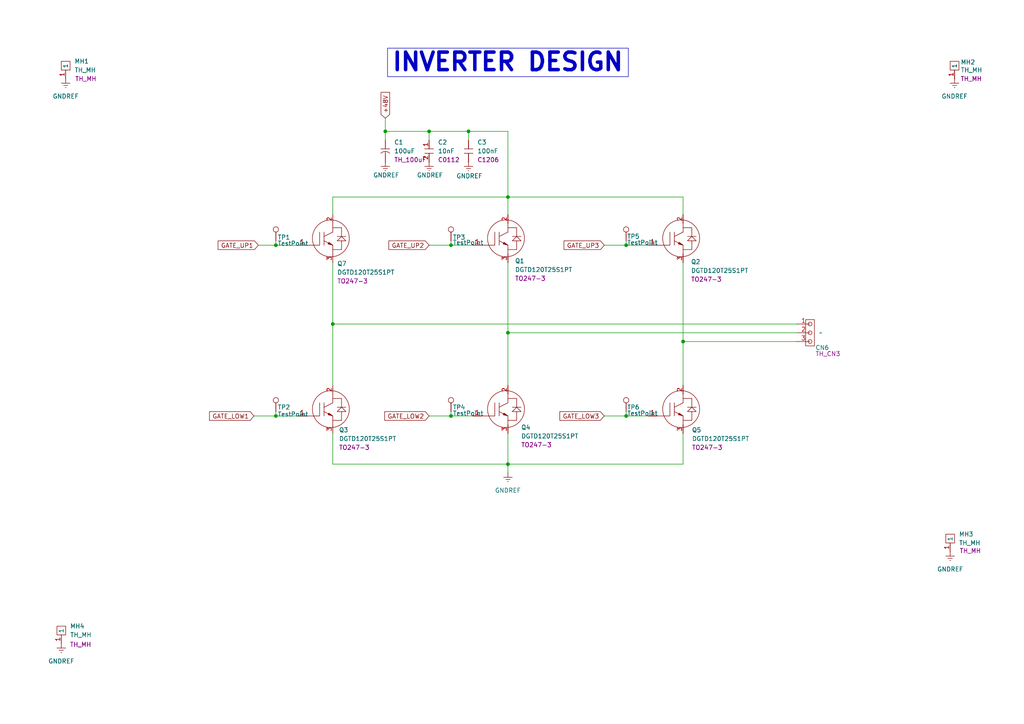
<source format=kicad_sch>
(kicad_sch
	(version 20250114)
	(generator "eeschema")
	(generator_version "9.0")
	(uuid "901099b6-3aec-45ae-9921-85b5ad8c2fc3")
	(paper "A4")
	(title_block
		(title "IGBT_INVERTER")
	)
	(lib_symbols
		(symbol "bldc_control:C0112_10nF"
			(exclude_from_sim no)
			(in_bom yes)
			(on_board yes)
			(property "Reference" "C"
				(at 0 0 0)
				(effects
					(font
						(size 1.27 1.27)
					)
				)
			)
			(property "Value" "10nF"
				(at 0 0 0)
				(effects
					(font
						(size 1.27 1.27)
					)
				)
			)
			(property "Footprint" ""
				(at 0 0 0)
				(effects
					(font
						(size 1.27 1.27)
					)
					(hide yes)
				)
			)
			(property "Datasheet" ""
				(at 0 0 0)
				(effects
					(font
						(size 1.27 1.27)
					)
					(hide yes)
				)
			)
			(property "Description" "Multilayer Ceramic Capacitors"
				(at 0 0 0)
				(effects
					(font
						(size 1.27 1.27)
					)
					(hide yes)
				)
			)
			(property "Manufacturer" "KEMET"
				(at 0 0 0)
				(effects
					(font
						(size 1.27 1.27)
					)
					(hide yes)
				)
			)
			(property "Manufacurer PN" "C315C103J1R5TA"
				(at 0 0 0)
				(effects
					(font
						(size 1.27 1.27)
					)
					(hide yes)
				)
			)
			(property "PCB footprint" "C0112"
				(at 0 0 0)
				(effects
					(font
						(size 1.27 1.27)
					)
				)
			)
			(property "Specification" "10nF,100V,5% tolerance, -55 deg C to +125 deg C"
				(at 0 0 0)
				(effects
					(font
						(size 1.27 1.27)
					)
					(hide yes)
				)
			)
			(symbol "C0112_10nF_0_1"
				(polyline
					(pts
						(xy -1.27 3.81) (xy -1.27 1.27)
					)
					(stroke
						(width 0)
						(type default)
					)
					(fill
						(type none)
					)
				)
				(polyline
					(pts
						(xy 0 3.81) (xy 0 1.27)
					)
					(stroke
						(width 0)
						(type default)
					)
					(fill
						(type none)
					)
				)
			)
			(symbol "C0112_10nF_1_1"
				(pin input line
					(at -3.81 2.54 0)
					(length 2.54)
					(name ""
						(effects
							(font
								(size 1.27 1.27)
							)
						)
					)
					(number "1"
						(effects
							(font
								(size 1.27 1.27)
							)
						)
					)
				)
				(pin output line
					(at 2.54 2.54 180)
					(length 2.54)
					(name ""
						(effects
							(font
								(size 1.27 1.27)
							)
						)
					)
					(number "2"
						(effects
							(font
								(size 1.27 1.27)
							)
						)
					)
				)
			)
			(embedded_fonts no)
		)
		(symbol "bldc_control:CN_3"
			(pin_names
				(hide yes)
			)
			(exclude_from_sim no)
			(in_bom yes)
			(on_board yes)
			(property "Reference" "CN"
				(at 0 0 0)
				(effects
					(font
						(size 1.27 1.27)
					)
				)
			)
			(property "Value" ""
				(at 0 0 0)
				(effects
					(font
						(size 1.27 1.27)
					)
				)
			)
			(property "Footprint" ""
				(at 0 0 0)
				(effects
					(font
						(size 1.27 1.27)
					)
					(hide yes)
				)
			)
			(property "Datasheet" ""
				(at 0 0 0)
				(effects
					(font
						(size 1.27 1.27)
					)
					(hide yes)
				)
			)
			(property "Description" ""
				(at 0 0 0)
				(effects
					(font
						(size 1.27 1.27)
					)
					(hide yes)
				)
			)
			(property "Manufacturer" "Phoenix Contact"
				(at 0 0 0)
				(effects
					(font
						(size 1.27 1.27)
					)
					(hide yes)
				)
			)
			(property "Manufacturer PN" "1935174"
				(at 0 0 0)
				(effects
					(font
						(size 1.27 1.27)
					)
					(hide yes)
				)
			)
			(property "PCB footprint" "TH_CN3"
				(at 0 0 0)
				(effects
					(font
						(size 1.27 1.27)
					)
				)
			)
			(property "Specification" ""
				(at 0 0 0)
				(effects
					(font
						(size 1.27 1.27)
					)
					(hide yes)
				)
			)
			(symbol "CN_3_0_1"
				(rectangle
					(start -1.27 8.89)
					(end 1.27 1.27)
					(stroke
						(width 0)
						(type default)
					)
					(fill
						(type none)
					)
				)
				(circle
					(center 0 7.62)
					(radius 0.5462)
					(stroke
						(width 0)
						(type default)
					)
					(fill
						(type none)
					)
				)
				(circle
					(center 0 5.08)
					(radius 0.5462)
					(stroke
						(width 0)
						(type default)
					)
					(fill
						(type none)
					)
				)
				(circle
					(center 0 2.54)
					(radius 0.5462)
					(stroke
						(width 0)
						(type default)
					)
					(fill
						(type none)
					)
				)
			)
			(symbol "CN_3_1_1"
				(pin passive line
					(at -3.81 7.62 0)
					(length 3.81)
					(name "Pin_1"
						(effects
							(font
								(size 1.27 1.27)
							)
						)
					)
					(number "1"
						(effects
							(font
								(size 1.27 1.27)
							)
						)
					)
				)
				(pin passive line
					(at -3.81 5.08 0)
					(length 3.81)
					(name "Pin_2"
						(effects
							(font
								(size 1.27 1.27)
							)
						)
					)
					(number "2"
						(effects
							(font
								(size 1.27 1.27)
							)
						)
					)
				)
				(pin passive line
					(at -3.81 2.54 0)
					(length 3.81)
					(name "Pin_3"
						(effects
							(font
								(size 1.27 1.27)
							)
						)
					)
					(number "3"
						(effects
							(font
								(size 1.27 1.27)
							)
						)
					)
				)
			)
			(embedded_fonts no)
		)
		(symbol "bldc_control:CO603_100n"
			(pin_numbers
				(hide yes)
			)
			(pin_names
				(hide yes)
			)
			(exclude_from_sim no)
			(in_bom yes)
			(on_board yes)
			(property "Reference" "C"
				(at 0.4347 5.3907 0)
				(effects
					(font
						(size 1.27 1.27)
					)
				)
			)
			(property "Value" "100nF"
				(at 4.0419 5.4228 0)
				(effects
					(font
						(size 1.27 1.27)
					)
				)
			)
			(property "Footprint" ""
				(at 0 0 0)
				(effects
					(font
						(size 1.27 1.27)
					)
					(hide yes)
				)
			)
			(property "Datasheet" ""
				(at 0 0 0)
				(effects
					(font
						(size 1.27 1.27)
					)
					(hide yes)
				)
			)
			(property "Description" ""
				(at 2.0806 -4.6188 0)
				(effects
					(font
						(size 1.27 1.27)
					)
					(hide yes)
				)
			)
			(property "Manufacturer" "Knowles Novacap"
				(at 1.7668 -0.7747 0)
				(effects
					(font
						(size 1.27 1.27)
					)
					(hide yes)
				)
			)
			(property "Manufacturer PN" "1206B104J101N"
				(at 10.9978 1.3957 0)
				(effects
					(font
						(size 1.27 1.27)
					)
					(hide yes)
				)
			)
			(property "PCB footprint" "C1206"
				(at 2.839 3.4092 0)
				(effects
					(font
						(size 1.27 1.27)
					)
				)
			)
			(property "Specification" "0.1 µF ±5% 100V Ceramic Capacitor X7R 1206 (3216 Metric)"
				(at 0 -2.54 0)
				(effects
					(font
						(size 1.27 1.27)
					)
					(hide yes)
				)
			)
			(symbol "CO603_100n_0_1"
				(polyline
					(pts
						(xy 5.08 12.7) (xy 5.08 10.16)
					)
					(stroke
						(width 0)
						(type default)
					)
					(fill
						(type none)
					)
				)
				(polyline
					(pts
						(xy 6.35 12.7) (xy 6.35 10.16)
					)
					(stroke
						(width 0)
						(type default)
					)
					(fill
						(type none)
					)
				)
			)
			(symbol "CO603_100n_1_1"
				(pin passive line
					(at 2.54 11.43 0)
					(length 2.54)
					(name "1"
						(effects
							(font
								(size 1.27 1.27)
							)
						)
					)
					(number "1"
						(effects
							(font
								(size 1.27 1.27)
							)
						)
					)
				)
				(pin passive line
					(at 8.89 11.43 180)
					(length 2.54)
					(name "2"
						(effects
							(font
								(size 1.27 1.27)
							)
						)
					)
					(number "2"
						(effects
							(font
								(size 1.27 1.27)
							)
						)
					)
				)
			)
			(embedded_fonts no)
		)
		(symbol "bldc_control:IGQ100N120S7"
			(pin_names
				(hide yes)
			)
			(exclude_from_sim no)
			(in_bom yes)
			(on_board yes)
			(property "Reference" "Q"
				(at 8.636 5.842 0)
				(effects
					(font
						(size 1.27 1.27)
					)
				)
			)
			(property "Value" "DGTD120T25S1PT"
				(at 16.002 -7.874 0)
				(effects
					(font
						(size 1.27 1.27)
					)
				)
			)
			(property "Footprint" ""
				(at -22.86 -8.636 0)
				(effects
					(font
						(size 1.27 1.27)
					)
					(hide yes)
				)
			)
			(property "Datasheet" ""
				(at 0 0 0)
				(effects
					(font
						(size 1.27 1.27)
					)
					(hide yes)
				)
			)
			(property "Description" "IGBT"
				(at -25.146 -6.858 0)
				(effects
					(font
						(size 1.27 1.27)
					)
					(hide yes)
				)
			)
			(property "Manufacturer" "Diodes Incorporated"
				(at 17.272 -3.302 0)
				(effects
					(font
						(size 1.27 1.27)
					)
					(hide yes)
				)
			)
			(property "Manufacturer PN" "DGTD120T25S1PT"
				(at 16.002 -5.588 0)
				(effects
					(font
						(size 1.27 1.27)
					)
					(hide yes)
				)
			)
			(property "PCB footprint" "TO247-3"
				(at 13.97 -10.16 0)
				(effects
					(font
						(size 1.27 1.27)
					)
				)
			)
			(property "Specification" "Vce=1200V,Ic=50A,Power=348W,Temperature=-40°C to 175°C"
				(at 3.048 -10.414 0)
				(effects
					(font
						(size 1.27 1.27)
					)
					(hide yes)
				)
			)
			(symbol "IGQ100N120S7_0_1"
				(polyline
					(pts
						(xy 0 3.81) (xy 0 0) (xy -3.81 0)
					)
					(stroke
						(width 0)
						(type default)
					)
					(fill
						(type none)
					)
				)
				(polyline
					(pts
						(xy 1.27 3.81) (xy 1.27 0)
					)
					(stroke
						(width 0)
						(type default)
					)
					(fill
						(type none)
					)
				)
				(polyline
					(pts
						(xy 1.27 2.54) (xy 3.81 3.81)
					)
					(stroke
						(width 0)
						(type default)
					)
					(fill
						(type none)
					)
				)
				(polyline
					(pts
						(xy 1.27 1.27) (xy 3.81 0)
					)
					(stroke
						(width 0)
						(type default)
					)
					(fill
						(type none)
					)
				)
				(polyline
					(pts
						(xy 2.4225 0.345) (xy 2.6765 0.853) (xy 3.7751 0.0322) (xy 2.4225 0.345)
					)
					(stroke
						(width 0)
						(type default)
					)
					(fill
						(type outline)
					)
				)
				(circle
					(center 3.251 1.9896)
					(radius 5.3515)
					(stroke
						(width 0)
						(type default)
					)
					(fill
						(type none)
					)
				)
				(polyline
					(pts
						(xy 3.81 6.35) (xy 3.81 3.81)
					)
					(stroke
						(width 0)
						(type default)
					)
					(fill
						(type none)
					)
				)
				(polyline
					(pts
						(xy 3.81 5.08) (xy 6.35 5.08)
					)
					(stroke
						(width 0)
						(type default)
					)
					(fill
						(type none)
					)
				)
				(polyline
					(pts
						(xy 3.81 0) (xy 3.81 -2.54)
					)
					(stroke
						(width 0)
						(type default)
					)
					(fill
						(type none)
					)
				)
				(polyline
					(pts
						(xy 3.81 -1.27) (xy 6.35 -1.27)
					)
					(stroke
						(width 0)
						(type default)
					)
					(fill
						(type none)
					)
				)
				(polyline
					(pts
						(xy 6.35 2.54) (xy 6.35 5.08)
					)
					(stroke
						(width 0)
						(type default)
					)
					(fill
						(type none)
					)
				)
				(polyline
					(pts
						(xy 6.35 -1.27) (xy 6.35 1.27)
					)
					(stroke
						(width 0)
						(type default)
					)
					(fill
						(type none)
					)
				)
			)
			(symbol "IGQ100N120S7_1_1"
				(polyline
					(pts
						(xy 6.35 2.54) (xy 5.08 1.27) (xy 6.35 1.27) (xy 7.62 1.27) (xy 6.35 2.54) (xy 5.08 2.54) (xy 7.62 2.54)
					)
					(stroke
						(width 0)
						(type solid)
					)
					(fill
						(type color)
						(color 0 0 0 0)
					)
				)
				(pin input line
					(at -6.35 0 0)
					(length 2.54)
					(name "GATE"
						(effects
							(font
								(size 1.27 1.27)
							)
						)
					)
					(number "1"
						(effects
							(font
								(size 1.27 1.27)
							)
						)
					)
				)
				(pin input line
					(at 3.81 8.89 270)
					(length 2.54)
					(name "COLLECTOR"
						(effects
							(font
								(size 1.27 1.27)
							)
						)
					)
					(number "2"
						(effects
							(font
								(size 1.27 1.27)
							)
						)
					)
				)
				(pin input line
					(at 3.81 -5.08 90)
					(length 2.54)
					(name "EMITTER"
						(effects
							(font
								(size 1.27 1.27)
							)
						)
					)
					(number "3"
						(effects
							(font
								(size 1.27 1.27)
							)
						)
					)
				)
			)
			(embedded_fonts no)
		)
		(symbol "bldc_control:TH"
			(exclude_from_sim no)
			(in_bom yes)
			(on_board yes)
			(property "Reference" "MH"
				(at 0 0 0)
				(effects
					(font
						(size 1.27 1.27)
					)
				)
			)
			(property "Value" "TH_MH"
				(at 0 0 0)
				(effects
					(font
						(size 1.27 1.27)
					)
				)
			)
			(property "Footprint" ""
				(at 0 0 0)
				(effects
					(font
						(size 1.27 1.27)
					)
					(hide yes)
				)
			)
			(property "Datasheet" ""
				(at 0 0 0)
				(effects
					(font
						(size 1.27 1.27)
					)
					(hide yes)
				)
			)
			(property "Description" ""
				(at 0 0 0)
				(effects
					(font
						(size 1.27 1.27)
					)
					(hide yes)
				)
			)
			(property "PCB footprint" "TH_MH"
				(at 0 0 0)
				(effects
					(font
						(size 1.27 1.27)
					)
				)
			)
			(symbol "TH_0_1"
				(rectangle
					(start 1.27 5.08)
					(end 3.81 2.54)
					(stroke
						(width 0)
						(type default)
					)
					(fill
						(type none)
					)
				)
			)
			(symbol "TH_1_1"
				(pin passive line
					(at 2.54 0 90)
					(length 2.54)
					(name "1"
						(effects
							(font
								(size 1.27 1.27)
							)
						)
					)
					(number "1"
						(effects
							(font
								(size 1.27 1.27)
							)
						)
					)
				)
			)
			(embedded_fonts no)
		)
		(symbol "bldc_control:TH_100uF"
			(pin_numbers
				(hide yes)
			)
			(pin_names
				(hide yes)
			)
			(exclude_from_sim no)
			(in_bom yes)
			(on_board yes)
			(property "Reference" "C21"
				(at -9.5251 -5.08 90)
				(effects
					(font
						(size 1.27 1.27)
					)
					(justify left)
				)
			)
			(property "Value" "100uF"
				(at -6.9851 -5.08 90)
				(effects
					(font
						(size 1.27 1.27)
					)
					(justify left)
				)
			)
			(property "Footprint" "bldc_1:TH_100uF"
				(at 0 0 0)
				(effects
					(font
						(size 1.27 1.27)
					)
					(hide yes)
				)
			)
			(property "Datasheet" ""
				(at 0 0 0)
				(effects
					(font
						(size 1.27 1.27)
					)
					(hide yes)
				)
			)
			(property "Description" ""
				(at 0 3.81 0)
				(effects
					(font
						(size 1.27 1.27)
					)
					(hide yes)
				)
			)
			(property "Manufacturer" "Nichicon"
				(at -1.27 15.24 0)
				(effects
					(font
						(size 1.27 1.27)
					)
					(hide yes)
				)
			)
			(property "Manufacturer PN" "UVR2A101MPD1TD"
				(at 0 11.43 0)
				(effects
					(font
						(size 1.27 1.27)
					)
					(hide yes)
				)
			)
			(property "PCB footprint" "TH_100uF"
				(at -4.4451 -5.08 90)
				(effects
					(font
						(size 1.27 1.27)
					)
					(justify left)
				)
			)
			(property "Specification" "100 µF 100 V Aluminum Electrolytic Capacitors Radial, Can 2000 Hrs @ 85°C"
				(at -1.27 7.62 0)
				(effects
					(font
						(size 1.27 1.27)
					)
					(hide yes)
				)
			)
			(symbol "TH_100uF_0_1"
				(polyline
					(pts
						(xy -7.62 -6.35) (xy -7.62 -8.89)
					)
					(stroke
						(width 0)
						(type default)
					)
					(fill
						(type none)
					)
				)
				(polyline
					(pts
						(xy -6.35 -7.62) (xy -6.8524 -7.62) (xy -6.8524 -7.6137)
					)
					(stroke
						(width 0)
						(type default)
					)
					(fill
						(type none)
					)
				)
				(arc
					(start -6.35 -8.89)
					(mid -6.8761 -7.62)
					(end -6.35 -6.35)
					(stroke
						(width 0)
						(type default)
					)
					(fill
						(type none)
					)
				)
			)
			(symbol "TH_100uF_1_1"
				(pin input line
					(at -10.16 -7.62 0)
					(length 2.54)
					(name "1"
						(effects
							(font
								(size 1.27 1.27)
							)
						)
					)
					(number "1"
						(effects
							(font
								(size 1.27 1.27)
							)
						)
					)
				)
				(pin output line
					(at -3.81 -7.62 180)
					(length 2.54)
					(name "2"
						(effects
							(font
								(size 1.27 1.27)
							)
						)
					)
					(number "2"
						(effects
							(font
								(size 1.27 1.27)
							)
						)
					)
				)
			)
			(embedded_fonts no)
		)
		(symbol "bldc_control:TestPoint"
			(pin_numbers
				(hide yes)
			)
			(pin_names
				(offset 0.762)
				(hide yes)
			)
			(exclude_from_sim no)
			(in_bom yes)
			(on_board yes)
			(property "Reference" "TP"
				(at 0 6.858 0)
				(effects
					(font
						(size 1.27 1.27)
					)
				)
			)
			(property "Value" "TestPoint"
				(at 0 5.08 0)
				(effects
					(font
						(size 1.27 1.27)
					)
				)
			)
			(property "Footprint" ""
				(at 5.08 0 0)
				(effects
					(font
						(size 1.27 1.27)
					)
					(hide yes)
				)
			)
			(property "Datasheet" "~"
				(at 5.08 0 0)
				(effects
					(font
						(size 1.27 1.27)
					)
					(hide yes)
				)
			)
			(property "Description" "test point"
				(at 0 0 0)
				(effects
					(font
						(size 1.27 1.27)
					)
					(hide yes)
				)
			)
			(property "ki_keywords" "test point tp"
				(at 0 0 0)
				(effects
					(font
						(size 1.27 1.27)
					)
					(hide yes)
				)
			)
			(property "ki_fp_filters" "Pin* Test*"
				(at 0 0 0)
				(effects
					(font
						(size 1.27 1.27)
					)
					(hide yes)
				)
			)
			(symbol "TestPoint_0_1"
				(circle
					(center 0 3.302)
					(radius 0.762)
					(stroke
						(width 0)
						(type default)
					)
					(fill
						(type none)
					)
				)
			)
			(symbol "TestPoint_1_1"
				(pin passive line
					(at 0 0 90)
					(length 2.54)
					(name "1"
						(effects
							(font
								(size 1.27 1.27)
							)
						)
					)
					(number "1"
						(effects
							(font
								(size 1.27 1.27)
							)
						)
					)
				)
			)
			(embedded_fonts no)
		)
		(symbol "power:GNDREF"
			(power)
			(pin_numbers
				(hide yes)
			)
			(pin_names
				(offset 0)
				(hide yes)
			)
			(exclude_from_sim no)
			(in_bom yes)
			(on_board yes)
			(property "Reference" "#PWR"
				(at 0 -6.35 0)
				(effects
					(font
						(size 1.27 1.27)
					)
					(hide yes)
				)
			)
			(property "Value" "GNDREF"
				(at 0 -3.81 0)
				(effects
					(font
						(size 1.27 1.27)
					)
				)
			)
			(property "Footprint" ""
				(at 0 0 0)
				(effects
					(font
						(size 1.27 1.27)
					)
					(hide yes)
				)
			)
			(property "Datasheet" ""
				(at 0 0 0)
				(effects
					(font
						(size 1.27 1.27)
					)
					(hide yes)
				)
			)
			(property "Description" "Power symbol creates a global label with name \"GNDREF\" , reference supply ground"
				(at 0 0 0)
				(effects
					(font
						(size 1.27 1.27)
					)
					(hide yes)
				)
			)
			(property "ki_keywords" "global power"
				(at 0 0 0)
				(effects
					(font
						(size 1.27 1.27)
					)
					(hide yes)
				)
			)
			(symbol "GNDREF_0_1"
				(polyline
					(pts
						(xy -0.635 -1.905) (xy 0.635 -1.905)
					)
					(stroke
						(width 0)
						(type default)
					)
					(fill
						(type none)
					)
				)
				(polyline
					(pts
						(xy -0.127 -2.54) (xy 0.127 -2.54)
					)
					(stroke
						(width 0)
						(type default)
					)
					(fill
						(type none)
					)
				)
				(polyline
					(pts
						(xy 0 -1.27) (xy 0 0)
					)
					(stroke
						(width 0)
						(type default)
					)
					(fill
						(type none)
					)
				)
				(polyline
					(pts
						(xy 1.27 -1.27) (xy -1.27 -1.27)
					)
					(stroke
						(width 0)
						(type default)
					)
					(fill
						(type none)
					)
				)
			)
			(symbol "GNDREF_1_1"
				(pin power_in line
					(at 0 0 270)
					(length 0)
					(name "~"
						(effects
							(font
								(size 1.27 1.27)
							)
						)
					)
					(number "1"
						(effects
							(font
								(size 1.27 1.27)
							)
						)
					)
				)
			)
			(embedded_fonts no)
		)
	)
	(text_box "INVERTER DESIGN\n"
		(exclude_from_sim no)
		(at 112.395 13.97 0)
		(size 69.85 8.255)
		(margins 0.9525 0.9525 0.9525 0.9525)
		(stroke
			(width 0)
			(type solid)
		)
		(fill
			(type none)
		)
		(effects
			(font
				(size 5.08 5.08)
				(thickness 1.016)
				(bold yes)
			)
			(justify left top)
		)
		(uuid "433cc2cf-2942-44a0-9b58-163e8d3bfbce")
	)
	(junction
		(at 147.32 134.62)
		(diameter 0)
		(color 0 0 0 0)
		(uuid "1cc0dd39-48a4-4fc8-b501-ccc27c59d235")
	)
	(junction
		(at 181.61 120.65)
		(diameter 0)
		(color 0 0 0 0)
		(uuid "3ca4a17f-ef5a-40ae-9aeb-37c331d03284")
	)
	(junction
		(at 130.81 71.12)
		(diameter 0)
		(color 0 0 0 0)
		(uuid "46b1efd2-d0d5-48d2-ba2f-bfe5e3779464")
	)
	(junction
		(at 135.89 38.1)
		(diameter 0)
		(color 0 0 0 0)
		(uuid "491e1737-0e50-4c8c-9ad5-ac365b21fa0c")
	)
	(junction
		(at 80.01 71.12)
		(diameter 0)
		(color 0 0 0 0)
		(uuid "665578c9-bd3f-4826-89cf-b8b2871c3d66")
	)
	(junction
		(at 124.46 38.1)
		(diameter 0)
		(color 0 0 0 0)
		(uuid "72825a57-d3ff-4fe1-8ca9-c267122c9273")
	)
	(junction
		(at 198.12 99.06)
		(diameter 0)
		(color 0 0 0 0)
		(uuid "731b749c-8b78-4291-be91-11169d46e303")
	)
	(junction
		(at 96.52 93.98)
		(diameter 0)
		(color 0 0 0 0)
		(uuid "760a1996-15bb-4643-ac3b-4ebd751567f1")
	)
	(junction
		(at 130.81 120.65)
		(diameter 0)
		(color 0 0 0 0)
		(uuid "8f6c1c88-e9d8-44d3-9bcc-5405f8235c14")
	)
	(junction
		(at 80.01 120.65)
		(diameter 0)
		(color 0 0 0 0)
		(uuid "93572710-d1a1-49f0-98a0-76fdbbab3703")
	)
	(junction
		(at 147.32 57.15)
		(diameter 0)
		(color 0 0 0 0)
		(uuid "a185ca40-0563-4159-8d01-b59449835cf3")
	)
	(junction
		(at 111.76 38.1)
		(diameter 0)
		(color 0 0 0 0)
		(uuid "b242af2d-1b2e-4ab5-8c99-277b6519381c")
	)
	(junction
		(at 147.32 96.52)
		(diameter 0)
		(color 0 0 0 0)
		(uuid "d5639b93-ff5f-4721-8ce6-fb3e7b557f4f")
	)
	(junction
		(at 181.61 71.12)
		(diameter 0)
		(color 0 0 0 0)
		(uuid "e1feb3da-9148-435e-a906-86fbad142af7")
	)
	(wire
		(pts
			(xy 198.12 99.06) (xy 198.12 111.76)
		)
		(stroke
			(width 0)
			(type default)
		)
		(uuid "0e4954b8-d0b3-4e75-8ce6-cf37bb6adc58")
	)
	(wire
		(pts
			(xy 96.52 93.98) (xy 96.52 111.76)
		)
		(stroke
			(width 0)
			(type default)
		)
		(uuid "0f4785f2-1022-4df8-a380-9ab8d886286d")
	)
	(wire
		(pts
			(xy 181.61 71.12) (xy 181.61 69.85)
		)
		(stroke
			(width 0)
			(type default)
		)
		(uuid "11273b2b-19c4-4d0f-8584-2aa6f236a9ed")
	)
	(wire
		(pts
			(xy 80.01 71.12) (xy 80.01 69.85)
		)
		(stroke
			(width 0)
			(type default)
		)
		(uuid "1a278b6b-5fed-425b-b97b-1ddd2fe0771f")
	)
	(wire
		(pts
			(xy 111.76 34.29) (xy 111.76 38.1)
		)
		(stroke
			(width 0)
			(type default)
		)
		(uuid "20137ca6-5197-4637-9dc1-c956e0ab8425")
	)
	(wire
		(pts
			(xy 96.52 57.15) (xy 96.52 62.23)
		)
		(stroke
			(width 0)
			(type default)
		)
		(uuid "255f9dce-f420-4f78-9cb6-cf4fb5b4bc2e")
	)
	(wire
		(pts
			(xy 130.81 71.12) (xy 130.81 69.85)
		)
		(stroke
			(width 0)
			(type default)
		)
		(uuid "3f6e600a-73c0-443f-b0b9-0318e0d47a48")
	)
	(wire
		(pts
			(xy 198.12 76.2) (xy 198.12 99.06)
		)
		(stroke
			(width 0)
			(type default)
		)
		(uuid "4228a139-36c0-47b6-8868-f98d98787a01")
	)
	(wire
		(pts
			(xy 181.61 120.65) (xy 187.96 120.65)
		)
		(stroke
			(width 0)
			(type default)
		)
		(uuid "42cce492-5d50-4c99-adf4-03af16bb7c02")
	)
	(wire
		(pts
			(xy 147.32 125.73) (xy 147.32 134.62)
		)
		(stroke
			(width 0)
			(type default)
		)
		(uuid "43aed4c2-626f-492c-ac3f-f92998a469dc")
	)
	(wire
		(pts
			(xy 198.12 57.15) (xy 198.12 62.23)
		)
		(stroke
			(width 0)
			(type default)
		)
		(uuid "4e876e82-363e-4e4c-8ef0-b907a2a68ddb")
	)
	(wire
		(pts
			(xy 147.32 96.52) (xy 231.14 96.52)
		)
		(stroke
			(width 0)
			(type default)
		)
		(uuid "557ba64f-58da-4095-ab3d-1def43691289")
	)
	(wire
		(pts
			(xy 111.76 38.1) (xy 124.46 38.1)
		)
		(stroke
			(width 0)
			(type default)
		)
		(uuid "5b47b622-59d0-49c2-ab7c-fb347ad8758b")
	)
	(wire
		(pts
			(xy 124.46 38.1) (xy 135.89 38.1)
		)
		(stroke
			(width 0)
			(type default)
		)
		(uuid "60df3189-4250-432b-b4e4-8954eb65c5db")
	)
	(wire
		(pts
			(xy 147.32 134.62) (xy 147.32 137.16)
		)
		(stroke
			(width 0)
			(type default)
		)
		(uuid "64654bd7-ec37-4f3c-91ad-4e54868a4c9b")
	)
	(wire
		(pts
			(xy 198.12 99.06) (xy 231.14 99.06)
		)
		(stroke
			(width 0)
			(type default)
		)
		(uuid "7290d7f0-72df-4a9e-b7b8-59c6df2ed9aa")
	)
	(wire
		(pts
			(xy 96.52 57.15) (xy 147.32 57.15)
		)
		(stroke
			(width 0)
			(type default)
		)
		(uuid "77855c16-6ed8-432d-afb5-0153154320f0")
	)
	(wire
		(pts
			(xy 175.26 120.65) (xy 181.61 120.65)
		)
		(stroke
			(width 0)
			(type default)
		)
		(uuid "8064e6ee-66ac-4e20-a74c-84c37e6920fd")
	)
	(wire
		(pts
			(xy 147.32 57.15) (xy 198.12 57.15)
		)
		(stroke
			(width 0)
			(type default)
		)
		(uuid "837b469e-83ea-42bb-bd97-4dd4e2737b7d")
	)
	(wire
		(pts
			(xy 74.93 71.12) (xy 80.01 71.12)
		)
		(stroke
			(width 0)
			(type default)
		)
		(uuid "86ceb19a-34cc-4a72-b814-0df446a9c062")
	)
	(wire
		(pts
			(xy 130.81 71.12) (xy 137.16 71.12)
		)
		(stroke
			(width 0)
			(type default)
		)
		(uuid "90a28b80-bfb1-46d3-8799-9fce274e1a93")
	)
	(wire
		(pts
			(xy 135.89 38.1) (xy 135.89 40.64)
		)
		(stroke
			(width 0)
			(type default)
		)
		(uuid "916f8d63-7593-4cda-9dd8-caaefa854ae7")
	)
	(wire
		(pts
			(xy 73.66 120.65) (xy 80.01 120.65)
		)
		(stroke
			(width 0)
			(type default)
		)
		(uuid "92f90485-90d7-4adf-aef1-e5bd78d9a7a8")
	)
	(wire
		(pts
			(xy 181.61 71.12) (xy 187.96 71.12)
		)
		(stroke
			(width 0)
			(type default)
		)
		(uuid "a18d18b3-7a05-4520-9d2c-f4fb4a53a44b")
	)
	(wire
		(pts
			(xy 147.32 38.1) (xy 147.32 57.15)
		)
		(stroke
			(width 0)
			(type default)
		)
		(uuid "a8ae99da-934d-4d50-9cee-d4094b62fcf1")
	)
	(wire
		(pts
			(xy 80.01 120.65) (xy 86.36 120.65)
		)
		(stroke
			(width 0)
			(type default)
		)
		(uuid "ab25ef39-bbdf-4d56-817e-9ab0b670e214")
	)
	(wire
		(pts
			(xy 124.46 71.12) (xy 130.81 71.12)
		)
		(stroke
			(width 0)
			(type default)
		)
		(uuid "b08883d6-2ef4-4a8b-9162-09777886bca5")
	)
	(wire
		(pts
			(xy 147.32 96.52) (xy 147.32 111.76)
		)
		(stroke
			(width 0)
			(type default)
		)
		(uuid "b61055c5-1b88-4b94-bc71-4b4468a73e01")
	)
	(wire
		(pts
			(xy 111.76 38.1) (xy 111.76 40.64)
		)
		(stroke
			(width 0)
			(type default)
		)
		(uuid "b7da5963-2d95-4e39-9ef4-6f2a8da94b03")
	)
	(wire
		(pts
			(xy 80.01 120.65) (xy 80.01 119.38)
		)
		(stroke
			(width 0)
			(type default)
		)
		(uuid "b8fb39c5-0630-496a-a0a6-92b3d8902191")
	)
	(wire
		(pts
			(xy 124.46 38.1) (xy 124.46 40.64)
		)
		(stroke
			(width 0)
			(type default)
		)
		(uuid "ba97c38d-a6f6-45a6-a35f-f8f7fb6aacf4")
	)
	(wire
		(pts
			(xy 124.46 120.65) (xy 130.81 120.65)
		)
		(stroke
			(width 0)
			(type default)
		)
		(uuid "c0dc1f31-662d-48ee-85e9-b694a435de76")
	)
	(wire
		(pts
			(xy 80.01 71.12) (xy 86.36 71.12)
		)
		(stroke
			(width 0)
			(type default)
		)
		(uuid "c32f3ce5-365c-438d-8c1e-f5b569421e39")
	)
	(wire
		(pts
			(xy 147.32 76.2) (xy 147.32 96.52)
		)
		(stroke
			(width 0)
			(type default)
		)
		(uuid "c4016df8-41aa-42e6-b561-2bea1f02c0b6")
	)
	(wire
		(pts
			(xy 135.89 38.1) (xy 147.32 38.1)
		)
		(stroke
			(width 0)
			(type default)
		)
		(uuid "c529618b-fbcb-4529-a735-ba92a80cfedf")
	)
	(wire
		(pts
			(xy 96.52 76.2) (xy 96.52 93.98)
		)
		(stroke
			(width 0)
			(type default)
		)
		(uuid "c67d6207-6b71-4961-8883-2d626a08d742")
	)
	(wire
		(pts
			(xy 96.52 93.98) (xy 231.14 93.98)
		)
		(stroke
			(width 0)
			(type default)
		)
		(uuid "cc785b9b-98be-44ba-b5aa-829d9d1c76d2")
	)
	(wire
		(pts
			(xy 198.12 125.73) (xy 198.12 134.62)
		)
		(stroke
			(width 0)
			(type default)
		)
		(uuid "d1c8a6aa-67d9-41f3-bb92-c74dd68d6025")
	)
	(wire
		(pts
			(xy 181.61 120.65) (xy 181.61 119.38)
		)
		(stroke
			(width 0)
			(type default)
		)
		(uuid "d3fc6536-35cb-44bc-9f77-4f543714c419")
	)
	(wire
		(pts
			(xy 130.81 120.65) (xy 130.81 119.38)
		)
		(stroke
			(width 0)
			(type default)
		)
		(uuid "d7660133-a134-48f9-9c64-a0b2b03f7f99")
	)
	(wire
		(pts
			(xy 147.32 57.15) (xy 147.32 62.23)
		)
		(stroke
			(width 0)
			(type default)
		)
		(uuid "df7214bb-fb0a-499a-bf3a-a8acb45ea950")
	)
	(wire
		(pts
			(xy 175.26 71.12) (xy 181.61 71.12)
		)
		(stroke
			(width 0)
			(type default)
		)
		(uuid "e0f96388-d732-4bd7-a9d0-af888d67eaf4")
	)
	(wire
		(pts
			(xy 96.52 125.73) (xy 96.52 134.62)
		)
		(stroke
			(width 0)
			(type default)
		)
		(uuid "e356e452-0cbd-4512-932f-dda32772854f")
	)
	(wire
		(pts
			(xy 130.81 120.65) (xy 137.16 120.65)
		)
		(stroke
			(width 0)
			(type default)
		)
		(uuid "e8c2e250-2826-4774-8a42-1de68a96972a")
	)
	(wire
		(pts
			(xy 147.32 134.62) (xy 198.12 134.62)
		)
		(stroke
			(width 0)
			(type default)
		)
		(uuid "f5f8cb0f-20f7-4608-8f28-70bfce51bbe5")
	)
	(wire
		(pts
			(xy 96.52 134.62) (xy 147.32 134.62)
		)
		(stroke
			(width 0)
			(type default)
		)
		(uuid "fe57f86d-f786-479f-9ce5-3901f2b07d8e")
	)
	(global_label "GATE_UP3"
		(shape input)
		(at 175.26 71.12 180)
		(fields_autoplaced yes)
		(effects
			(font
				(size 1.27 1.27)
			)
			(justify right)
		)
		(uuid "28bf0c93-a580-4dcd-ab34-15f5a85c9f8a")
		(property "Intersheetrefs" "${INTERSHEET_REFS}"
			(at 163.022 71.12 0)
			(effects
				(font
					(size 1.27 1.27)
				)
				(justify right)
				(hide yes)
			)
		)
	)
	(global_label "GATE_LOW1"
		(shape input)
		(at 73.66 120.65 180)
		(fields_autoplaced yes)
		(effects
			(font
				(size 1.27 1.27)
			)
			(justify right)
		)
		(uuid "35937d4a-6f3c-4208-8847-06a38b3bb17d")
		(property "Intersheetrefs" "${INTERSHEET_REFS}"
			(at 60.2125 120.65 0)
			(effects
				(font
					(size 1.27 1.27)
				)
				(justify right)
				(hide yes)
			)
		)
		(property "Netclass" ""
			(at 73.66 122.8408 0)
			(effects
				(font
					(size 1.27 1.27)
				)
				(justify right)
				(hide yes)
			)
		)
	)
	(global_label "+48V"
		(shape input)
		(at 111.76 34.29 90)
		(fields_autoplaced yes)
		(effects
			(font
				(size 1.27 1.27)
			)
			(justify left)
		)
		(uuid "610145dd-a465-49bd-8ef4-721ca6e61ba9")
		(property "Intersheetrefs" "${INTERSHEET_REFS}"
			(at 111.76 26.2248 90)
			(effects
				(font
					(size 1.27 1.27)
				)
				(justify left)
				(hide yes)
			)
		)
	)
	(global_label "GATE_UP2"
		(shape input)
		(at 124.46 71.12 180)
		(fields_autoplaced yes)
		(effects
			(font
				(size 1.27 1.27)
			)
			(justify right)
		)
		(uuid "6f42601d-c039-44f5-af13-7eae14ce1299")
		(property "Intersheetrefs" "${INTERSHEET_REFS}"
			(at 112.222 71.12 0)
			(effects
				(font
					(size 1.27 1.27)
				)
				(justify right)
				(hide yes)
			)
		)
	)
	(global_label "GATE_LOW3"
		(shape input)
		(at 175.26 120.65 180)
		(fields_autoplaced yes)
		(effects
			(font
				(size 1.27 1.27)
			)
			(justify right)
		)
		(uuid "94259714-c2cd-460d-803a-f5215d284508")
		(property "Intersheetrefs" "${INTERSHEET_REFS}"
			(at 161.8125 120.65 0)
			(effects
				(font
					(size 1.27 1.27)
				)
				(justify right)
				(hide yes)
			)
		)
	)
	(global_label "GATE_LOW2"
		(shape input)
		(at 124.46 120.65 180)
		(fields_autoplaced yes)
		(effects
			(font
				(size 1.27 1.27)
			)
			(justify right)
		)
		(uuid "ce746e74-fc8a-4ed6-bd2e-948fa753e90d")
		(property "Intersheetrefs" "${INTERSHEET_REFS}"
			(at 111.0125 120.65 0)
			(effects
				(font
					(size 1.27 1.27)
				)
				(justify right)
				(hide yes)
			)
		)
	)
	(global_label "GATE_UP1"
		(shape input)
		(at 74.93 71.12 180)
		(fields_autoplaced yes)
		(effects
			(font
				(size 1.27 1.27)
			)
			(justify right)
		)
		(uuid "fbff36e6-c3af-43c7-b146-1a45880e8d9d")
		(property "Intersheetrefs" "${INTERSHEET_REFS}"
			(at 62.692 71.12 0)
			(effects
				(font
					(size 1.27 1.27)
				)
				(justify right)
				(hide yes)
			)
		)
	)
	(symbol
		(lib_id "bldc_control:IGQ100N120S7")
		(at 143.51 71.12 0)
		(unit 1)
		(exclude_from_sim no)
		(in_bom yes)
		(on_board yes)
		(dnp no)
		(uuid "005e72ba-257e-40e9-8e90-149d2ff6cf7a")
		(property "Reference" "Q1"
			(at 149.352 75.692 0)
			(effects
				(font
					(size 1.27 1.27)
				)
				(justify left)
			)
		)
		(property "Value" "DGTD120T25S1PT"
			(at 149.352 78.232 0)
			(effects
				(font
					(size 1.27 1.27)
				)
				(justify left)
			)
		)
		(property "Footprint" "bldc_1:TO247-3"
			(at 120.65 79.756 0)
			(effects
				(font
					(size 1.27 1.27)
				)
				(hide yes)
			)
		)
		(property "Datasheet" ""
			(at 143.51 71.12 0)
			(effects
				(font
					(size 1.27 1.27)
				)
				(hide yes)
			)
		)
		(property "Description" "IGBT"
			(at 118.364 77.978 0)
			(effects
				(font
					(size 1.27 1.27)
				)
				(hide yes)
			)
		)
		(property "Manufacturer" "Diodes Incorporated"
			(at 160.782 74.422 0)
			(effects
				(font
					(size 1.27 1.27)
				)
				(hide yes)
			)
		)
		(property "Manufacturer PN" "DGTD120T25S1PT"
			(at 159.512 76.708 0)
			(effects
				(font
					(size 1.27 1.27)
				)
				(hide yes)
			)
		)
		(property "PCB footprint" "TO247-3"
			(at 149.352 80.772 0)
			(effects
				(font
					(size 1.27 1.27)
				)
				(justify left)
			)
		)
		(property "Specification" "Vce=1200V,Ic=50A,Power=348W,Temperature=-40°C to 175°C"
			(at 146.558 81.534 0)
			(effects
				(font
					(size 1.27 1.27)
				)
				(hide yes)
			)
		)
		(pin "3"
			(uuid "8bcf247a-56a1-4e6d-b5e8-be487d2f404f")
		)
		(pin "1"
			(uuid "6893e8f5-5d02-40e3-8b97-684e8a85f571")
		)
		(pin "2"
			(uuid "a0c21035-7567-4bd2-bfe0-7a8505111bbc")
		)
		(instances
			(project "bldc"
				(path "/0e9ec8bb-3024-4b2a-a006-9a79b7a35050/e473916c-ce1a-423a-8099-16cd3f89a56a"
					(reference "Q1")
					(unit 1)
				)
			)
		)
	)
	(symbol
		(lib_id "bldc_control:TestPoint")
		(at 181.61 119.38 0)
		(unit 1)
		(exclude_from_sim no)
		(in_bom yes)
		(on_board yes)
		(dnp no)
		(uuid "03ed0fd0-88a6-4322-bfc3-b08f4b0f9f6c")
		(property "Reference" "TP6"
			(at 181.864 118.11 0)
			(effects
				(font
					(size 1.27 1.27)
				)
				(justify left)
			)
		)
		(property "Value" "TestPoint"
			(at 181.864 119.888 0)
			(effects
				(font
					(size 1.27 1.27)
				)
				(justify left)
			)
		)
		(property "Footprint" ""
			(at 186.69 119.38 0)
			(effects
				(font
					(size 1.27 1.27)
				)
				(hide yes)
			)
		)
		(property "Datasheet" "~"
			(at 186.69 119.38 0)
			(effects
				(font
					(size 1.27 1.27)
				)
				(hide yes)
			)
		)
		(property "Description" "test point"
			(at 181.61 119.38 0)
			(effects
				(font
					(size 1.27 1.27)
				)
				(hide yes)
			)
		)
		(pin "1"
			(uuid "4a697b0f-9826-497d-89c3-87ff96419bbb")
		)
		(instances
			(project "bldc"
				(path "/0e9ec8bb-3024-4b2a-a006-9a79b7a35050/e473916c-ce1a-423a-8099-16cd3f89a56a"
					(reference "TP6")
					(unit 1)
				)
			)
		)
	)
	(symbol
		(lib_id "bldc_control:IGQ100N120S7")
		(at 92.71 71.12 0)
		(unit 1)
		(exclude_from_sim no)
		(in_bom yes)
		(on_board yes)
		(dnp no)
		(uuid "10f5405b-6848-49ec-bef9-058c2c8721a5")
		(property "Reference" "Q7"
			(at 97.79 76.454 0)
			(effects
				(font
					(size 1.27 1.27)
				)
				(justify left)
			)
		)
		(property "Value" "DGTD120T25S1PT"
			(at 97.79 78.994 0)
			(effects
				(font
					(size 1.27 1.27)
				)
				(justify left)
			)
		)
		(property "Footprint" "bldc_1:TO247-3"
			(at 69.85 79.756 0)
			(effects
				(font
					(size 1.27 1.27)
				)
				(hide yes)
			)
		)
		(property "Datasheet" ""
			(at 92.71 71.12 0)
			(effects
				(font
					(size 1.27 1.27)
				)
				(hide yes)
			)
		)
		(property "Description" "IGBT"
			(at 67.564 77.978 0)
			(effects
				(font
					(size 1.27 1.27)
				)
				(hide yes)
			)
		)
		(property "Manufacturer" "Diodes Incorporated"
			(at 109.982 74.422 0)
			(effects
				(font
					(size 1.27 1.27)
				)
				(hide yes)
			)
		)
		(property "Manufacturer PN" "DGTD120T25S1PT"
			(at 108.712 76.708 0)
			(effects
				(font
					(size 1.27 1.27)
				)
				(hide yes)
			)
		)
		(property "PCB footprint" "TO247-3"
			(at 97.79 81.534 0)
			(effects
				(font
					(size 1.27 1.27)
				)
				(justify left)
			)
		)
		(property "Specification" "Vce=1200V,Ic=50A,Power=348W,Temperature=-40°C to 175°C"
			(at 95.758 81.534 0)
			(effects
				(font
					(size 1.27 1.27)
				)
				(hide yes)
			)
		)
		(pin "3"
			(uuid "44cd6f43-9f6a-46a6-ad7e-b8c9bd147132")
		)
		(pin "1"
			(uuid "1f801da1-1459-413c-9ad6-31d19d3d6b9e")
		)
		(pin "2"
			(uuid "289abfc6-6cda-4362-9521-2ea706917d69")
		)
		(instances
			(project ""
				(path "/0e9ec8bb-3024-4b2a-a006-9a79b7a35050/e473916c-ce1a-423a-8099-16cd3f89a56a"
					(reference "Q7")
					(unit 1)
				)
			)
		)
	)
	(symbol
		(lib_id "bldc_control:IGQ100N120S7")
		(at 143.51 120.65 0)
		(unit 1)
		(exclude_from_sim no)
		(in_bom yes)
		(on_board yes)
		(dnp no)
		(uuid "14edad0c-0ad4-40bc-b1ec-2857ad98a9f0")
		(property "Reference" "Q4"
			(at 151.13 123.952 0)
			(effects
				(font
					(size 1.27 1.27)
				)
				(justify left)
			)
		)
		(property "Value" "DGTD120T25S1PT"
			(at 151.13 126.492 0)
			(effects
				(font
					(size 1.27 1.27)
				)
				(justify left)
			)
		)
		(property "Footprint" "bldc_1:TO247-3"
			(at 120.65 129.286 0)
			(effects
				(font
					(size 1.27 1.27)
				)
				(hide yes)
			)
		)
		(property "Datasheet" ""
			(at 143.51 120.65 0)
			(effects
				(font
					(size 1.27 1.27)
				)
				(hide yes)
			)
		)
		(property "Description" "IGBT"
			(at 118.364 127.508 0)
			(effects
				(font
					(size 1.27 1.27)
				)
				(hide yes)
			)
		)
		(property "Manufacturer" "Diodes Incorporated"
			(at 160.782 123.952 0)
			(effects
				(font
					(size 1.27 1.27)
				)
				(hide yes)
			)
		)
		(property "Manufacturer PN" "DGTD120T25S1PT"
			(at 159.512 126.238 0)
			(effects
				(font
					(size 1.27 1.27)
				)
				(hide yes)
			)
		)
		(property "PCB footprint" "TO247-3"
			(at 151.13 129.032 0)
			(effects
				(font
					(size 1.27 1.27)
				)
				(justify left)
			)
		)
		(property "Specification" "Vce=1200V,Ic=50A,Power=348W,Temperature=-40°C to 175°C"
			(at 146.558 131.064 0)
			(effects
				(font
					(size 1.27 1.27)
				)
				(hide yes)
			)
		)
		(pin "3"
			(uuid "e769d944-770b-42e0-be52-3e982530bc78")
		)
		(pin "1"
			(uuid "bc5c6e3b-1961-4805-9b4b-3c5dd10e2f40")
		)
		(pin "2"
			(uuid "93c57479-1d4c-4ade-93d0-948157ccb627")
		)
		(instances
			(project "bldc"
				(path "/0e9ec8bb-3024-4b2a-a006-9a79b7a35050/e473916c-ce1a-423a-8099-16cd3f89a56a"
					(reference "Q4")
					(unit 1)
				)
			)
		)
	)
	(symbol
		(lib_id "bldc_control:CO603_100n")
		(at 147.32 49.53 90)
		(unit 1)
		(exclude_from_sim no)
		(in_bom yes)
		(on_board yes)
		(dnp no)
		(fields_autoplaced yes)
		(uuid "19f041d1-107c-4df5-a166-56592307339d")
		(property "Reference" "C3"
			(at 138.43 41.2749 90)
			(effects
				(font
					(size 1.27 1.27)
				)
				(justify right)
			)
		)
		(property "Value" "100nF"
			(at 138.43 43.8149 90)
			(effects
				(font
					(size 1.27 1.27)
				)
				(justify right)
			)
		)
		(property "Footprint" "bldc_1:C1206"
			(at 147.32 49.53 0)
			(effects
				(font
					(size 1.27 1.27)
				)
				(hide yes)
			)
		)
		(property "Datasheet" ""
			(at 147.32 49.53 0)
			(effects
				(font
					(size 1.27 1.27)
				)
				(hide yes)
			)
		)
		(property "Description" "MULTILAYER CERAMIC SMD CAPACITORS"
			(at 151.9388 47.4494 0)
			(effects
				(font
					(size 1.27 1.27)
				)
				(hide yes)
			)
		)
		(property "Manufacturer" "Knowles Novacap"
			(at 148.0947 47.7632 0)
			(effects
				(font
					(size 1.27 1.27)
				)
				(hide yes)
			)
		)
		(property "Manufacturer PN" "1206B104J101N"
			(at 145.9243 38.5322 0)
			(effects
				(font
					(size 1.27 1.27)
				)
				(hide yes)
			)
		)
		(property "PCB footprint" "C1206"
			(at 138.43 46.3549 90)
			(effects
				(font
					(size 1.27 1.27)
				)
				(justify right)
			)
		)
		(property "Specification" "0.1 µF ±5% 100V Ceramic Capacitor X7R 1206 (3216 Metric)"
			(at 149.86 49.53 0)
			(effects
				(font
					(size 1.27 1.27)
				)
				(hide yes)
			)
		)
		(pin "2"
			(uuid "732d00fc-8a80-42b8-8d86-ffc4218a85b6")
		)
		(pin "1"
			(uuid "324c5829-b193-407e-aeab-7431b47bf223")
		)
		(instances
			(project "bldc"
				(path "/0e9ec8bb-3024-4b2a-a006-9a79b7a35050/e473916c-ce1a-423a-8099-16cd3f89a56a"
					(reference "C3")
					(unit 1)
				)
			)
		)
	)
	(symbol
		(lib_id "bldc_control:TH_100uF")
		(at 119.38 50.8 270)
		(unit 1)
		(exclude_from_sim no)
		(in_bom yes)
		(on_board yes)
		(dnp no)
		(fields_autoplaced yes)
		(uuid "1c141131-5c63-4efc-8802-d593235372b5")
		(property "Reference" "C1"
			(at 114.3 41.2749 90)
			(effects
				(font
					(size 1.27 1.27)
				)
				(justify left)
			)
		)
		(property "Value" "100uF"
			(at 114.3 43.8149 90)
			(effects
				(font
					(size 1.27 1.27)
				)
				(justify left)
			)
		)
		(property "Footprint" "bldc_1:TH_100uF"
			(at 119.38 50.8 0)
			(effects
				(font
					(size 1.27 1.27)
				)
				(hide yes)
			)
		)
		(property "Datasheet" ""
			(at 119.38 50.8 0)
			(effects
				(font
					(size 1.27 1.27)
				)
				(hide yes)
			)
		)
		(property "Description" ""
			(at 123.19 50.8 0)
			(effects
				(font
					(size 1.27 1.27)
				)
				(hide yes)
			)
		)
		(property "Manufacturer" "Nichicon"
			(at 134.62 49.53 0)
			(effects
				(font
					(size 1.27 1.27)
				)
				(hide yes)
			)
		)
		(property "Manufacturer PN" "UVR2A101MPD1TD"
			(at 130.81 50.8 0)
			(effects
				(font
					(size 1.27 1.27)
				)
				(hide yes)
			)
		)
		(property "PCB footprint" "TH_100uF"
			(at 114.3 46.3549 90)
			(effects
				(font
					(size 1.27 1.27)
				)
				(justify left)
			)
		)
		(property "Specification" "100 µF 100 V Aluminum Electrolytic Capacitors Radial, Can 2000 Hrs @ 85°C"
			(at 127 49.53 0)
			(effects
				(font
					(size 1.27 1.27)
				)
				(hide yes)
			)
		)
		(pin "1"
			(uuid "abcba6dc-7bf8-42c9-8b7b-9610a25c5ad1")
		)
		(pin "2"
			(uuid "59d13e6e-0498-4abd-970c-92d6ed124636")
		)
		(instances
			(project "bldc"
				(path "/0e9ec8bb-3024-4b2a-a006-9a79b7a35050/e473916c-ce1a-423a-8099-16cd3f89a56a"
					(reference "C1")
					(unit 1)
				)
			)
		)
	)
	(symbol
		(lib_id "bldc_control:IGQ100N120S7")
		(at 92.71 120.65 0)
		(unit 1)
		(exclude_from_sim no)
		(in_bom yes)
		(on_board yes)
		(dnp no)
		(uuid "1ccbae43-be18-4271-a416-b26515c1a317")
		(property "Reference" "Q3"
			(at 98.298 124.714 0)
			(effects
				(font
					(size 1.27 1.27)
				)
				(justify left)
			)
		)
		(property "Value" "DGTD120T25S1PT"
			(at 98.298 127.254 0)
			(effects
				(font
					(size 1.27 1.27)
				)
				(justify left)
			)
		)
		(property "Footprint" "bldc_1:TO247-3"
			(at 69.85 129.286 0)
			(effects
				(font
					(size 1.27 1.27)
				)
				(hide yes)
			)
		)
		(property "Datasheet" ""
			(at 92.71 120.65 0)
			(effects
				(font
					(size 1.27 1.27)
				)
				(hide yes)
			)
		)
		(property "Description" "IGBT"
			(at 67.564 127.508 0)
			(effects
				(font
					(size 1.27 1.27)
				)
				(hide yes)
			)
		)
		(property "Manufacturer" "Diodes Incorporated"
			(at 109.982 123.952 0)
			(effects
				(font
					(size 1.27 1.27)
				)
				(hide yes)
			)
		)
		(property "Manufacturer PN" "DGTD120T25S1PT"
			(at 108.712 126.238 0)
			(effects
				(font
					(size 1.27 1.27)
				)
				(hide yes)
			)
		)
		(property "PCB footprint" "TO247-3"
			(at 98.298 129.794 0)
			(effects
				(font
					(size 1.27 1.27)
				)
				(justify left)
			)
		)
		(property "Specification" "Vce=1200V,Ic=50A,Power=348W,Temperature=-40°C to 175°C"
			(at 95.758 131.064 0)
			(effects
				(font
					(size 1.27 1.27)
				)
				(hide yes)
			)
		)
		(pin "3"
			(uuid "31884d14-1d77-46e5-8b5c-a9f1a7e47cb6")
		)
		(pin "1"
			(uuid "2f526a2f-7156-4327-89b4-a38b33a1da97")
		)
		(pin "2"
			(uuid "c56b633c-3283-4ac6-a402-4e3b64c2da15")
		)
		(instances
			(project "bldc"
				(path "/0e9ec8bb-3024-4b2a-a006-9a79b7a35050/e473916c-ce1a-423a-8099-16cd3f89a56a"
					(reference "Q3")
					(unit 1)
				)
			)
		)
	)
	(symbol
		(lib_id "power:GNDREF")
		(at 111.76 46.99 0)
		(unit 1)
		(exclude_from_sim no)
		(in_bom yes)
		(on_board yes)
		(dnp no)
		(uuid "3398122a-cf13-4129-bce3-50cba0036881")
		(property "Reference" "#PWR6"
			(at 111.76 53.34 0)
			(effects
				(font
					(size 1.27 1.27)
				)
				(hide yes)
			)
		)
		(property "Value" "GNDREF"
			(at 112.014 50.8 0)
			(effects
				(font
					(size 1.27 1.27)
				)
			)
		)
		(property "Footprint" ""
			(at 111.76 46.99 0)
			(effects
				(font
					(size 1.27 1.27)
				)
				(hide yes)
			)
		)
		(property "Datasheet" ""
			(at 111.76 46.99 0)
			(effects
				(font
					(size 1.27 1.27)
				)
				(hide yes)
			)
		)
		(property "Description" "Power symbol creates a global label with name \"GNDREF\" , reference supply ground"
			(at 111.76 46.99 0)
			(effects
				(font
					(size 1.27 1.27)
				)
				(hide yes)
			)
		)
		(pin "1"
			(uuid "cf4240d2-f3e3-44e2-a0bf-a01b26932776")
		)
		(instances
			(project "bldc"
				(path "/0e9ec8bb-3024-4b2a-a006-9a79b7a35050/e473916c-ce1a-423a-8099-16cd3f89a56a"
					(reference "#PWR6")
					(unit 1)
				)
			)
		)
	)
	(symbol
		(lib_id "power:GNDREF")
		(at 147.32 137.16 0)
		(unit 1)
		(exclude_from_sim no)
		(in_bom yes)
		(on_board yes)
		(dnp no)
		(fields_autoplaced yes)
		(uuid "685a64b7-813d-4faa-925b-250fc8719a8f")
		(property "Reference" "#PWR5"
			(at 147.32 143.51 0)
			(effects
				(font
					(size 1.27 1.27)
				)
				(hide yes)
			)
		)
		(property "Value" "GNDREF"
			(at 147.32 142.24 0)
			(effects
				(font
					(size 1.27 1.27)
				)
			)
		)
		(property "Footprint" ""
			(at 147.32 137.16 0)
			(effects
				(font
					(size 1.27 1.27)
				)
				(hide yes)
			)
		)
		(property "Datasheet" ""
			(at 147.32 137.16 0)
			(effects
				(font
					(size 1.27 1.27)
				)
				(hide yes)
			)
		)
		(property "Description" "Power symbol creates a global label with name \"GNDREF\" , reference supply ground"
			(at 147.32 137.16 0)
			(effects
				(font
					(size 1.27 1.27)
				)
				(hide yes)
			)
		)
		(pin "1"
			(uuid "253c0280-51fe-4f51-b578-4f0aeeb3cead")
		)
		(instances
			(project ""
				(path "/0e9ec8bb-3024-4b2a-a006-9a79b7a35050/e473916c-ce1a-423a-8099-16cd3f89a56a"
					(reference "#PWR5")
					(unit 1)
				)
			)
		)
	)
	(symbol
		(lib_id "bldc_control:TestPoint")
		(at 80.01 119.38 0)
		(unit 1)
		(exclude_from_sim no)
		(in_bom yes)
		(on_board yes)
		(dnp no)
		(uuid "832c5727-93db-409c-a20f-51e7dd0fceac")
		(property "Reference" "TP2"
			(at 80.518 118.11 0)
			(effects
				(font
					(size 1.27 1.27)
				)
				(justify left)
			)
		)
		(property "Value" "TestPoint"
			(at 80.518 120.142 0)
			(effects
				(font
					(size 1.27 1.27)
				)
				(justify left)
			)
		)
		(property "Footprint" ""
			(at 85.09 119.38 0)
			(effects
				(font
					(size 1.27 1.27)
				)
				(hide yes)
			)
		)
		(property "Datasheet" "~"
			(at 85.09 119.38 0)
			(effects
				(font
					(size 1.27 1.27)
				)
				(hide yes)
			)
		)
		(property "Description" "test point"
			(at 80.01 119.38 0)
			(effects
				(font
					(size 1.27 1.27)
				)
				(hide yes)
			)
		)
		(pin "1"
			(uuid "e1420b57-fddd-4050-a0c6-db6186297a32")
		)
		(instances
			(project "bldc"
				(path "/0e9ec8bb-3024-4b2a-a006-9a79b7a35050/e473916c-ce1a-423a-8099-16cd3f89a56a"
					(reference "TP2")
					(unit 1)
				)
			)
		)
	)
	(symbol
		(lib_id "bldc_control:TestPoint")
		(at 130.81 69.85 0)
		(unit 1)
		(exclude_from_sim no)
		(in_bom yes)
		(on_board yes)
		(dnp no)
		(uuid "8d5362cf-63e5-4f73-a077-abff4345abbe")
		(property "Reference" "TP3"
			(at 131.318 68.834 0)
			(effects
				(font
					(size 1.27 1.27)
				)
				(justify left)
			)
		)
		(property "Value" "TestPoint"
			(at 131.318 70.358 0)
			(effects
				(font
					(size 1.27 1.27)
				)
				(justify left)
			)
		)
		(property "Footprint" ""
			(at 135.89 69.85 0)
			(effects
				(font
					(size 1.27 1.27)
				)
				(hide yes)
			)
		)
		(property "Datasheet" "~"
			(at 135.89 69.85 0)
			(effects
				(font
					(size 1.27 1.27)
				)
				(hide yes)
			)
		)
		(property "Description" "test point"
			(at 130.81 69.85 0)
			(effects
				(font
					(size 1.27 1.27)
				)
				(hide yes)
			)
		)
		(pin "1"
			(uuid "6162c6a7-87cb-4af6-a7d8-ec1c618587e6")
		)
		(instances
			(project "bldc"
				(path "/0e9ec8bb-3024-4b2a-a006-9a79b7a35050/e473916c-ce1a-423a-8099-16cd3f89a56a"
					(reference "TP3")
					(unit 1)
				)
			)
		)
	)
	(symbol
		(lib_id "bldc_control:TestPoint")
		(at 80.01 69.85 0)
		(unit 1)
		(exclude_from_sim no)
		(in_bom yes)
		(on_board yes)
		(dnp no)
		(uuid "95499229-2153-48e2-9029-946734a160c3")
		(property "Reference" "TP1"
			(at 80.518 68.834 0)
			(effects
				(font
					(size 1.27 1.27)
				)
				(justify left)
			)
		)
		(property "Value" "TestPoint"
			(at 80.518 70.612 0)
			(effects
				(font
					(size 1.27 1.27)
				)
				(justify left)
			)
		)
		(property "Footprint" ""
			(at 85.09 69.85 0)
			(effects
				(font
					(size 1.27 1.27)
				)
				(hide yes)
			)
		)
		(property "Datasheet" "~"
			(at 85.09 69.85 0)
			(effects
				(font
					(size 1.27 1.27)
				)
				(hide yes)
			)
		)
		(property "Description" "test point"
			(at 80.01 69.85 0)
			(effects
				(font
					(size 1.27 1.27)
				)
				(hide yes)
			)
		)
		(pin "1"
			(uuid "e40db30b-6e70-4e8c-8e8a-b4dfdee65305")
		)
		(instances
			(project ""
				(path "/0e9ec8bb-3024-4b2a-a006-9a79b7a35050/e473916c-ce1a-423a-8099-16cd3f89a56a"
					(reference "TP1")
					(unit 1)
				)
			)
		)
	)
	(symbol
		(lib_id "bldc_control:TH")
		(at 16.51 22.86 0)
		(unit 1)
		(exclude_from_sim no)
		(in_bom yes)
		(on_board yes)
		(dnp no)
		(uuid "9d1d86e8-fe88-4feb-8f24-462147dad494")
		(property "Reference" "MH1"
			(at 21.59 17.7799 0)
			(effects
				(font
					(size 1.27 1.27)
				)
				(justify left)
			)
		)
		(property "Value" "TH_MH"
			(at 21.59 20.3199 0)
			(effects
				(font
					(size 1.27 1.27)
				)
				(justify left)
			)
		)
		(property "Footprint" "bldc_1:TH_MH"
			(at 16.51 22.86 0)
			(effects
				(font
					(size 1.27 1.27)
				)
				(hide yes)
			)
		)
		(property "Datasheet" ""
			(at 16.51 22.86 0)
			(effects
				(font
					(size 1.27 1.27)
				)
				(hide yes)
			)
		)
		(property "Description" ""
			(at 16.51 22.86 0)
			(effects
				(font
					(size 1.27 1.27)
				)
				(hide yes)
			)
		)
		(property "PCB footprint" "TH_MH"
			(at 24.892 22.86 0)
			(effects
				(font
					(size 1.27 1.27)
				)
			)
		)
		(property "Manufacturer" ""
			(at 16.51 22.86 0)
			(effects
				(font
					(size 1.27 1.27)
				)
				(hide yes)
			)
		)
		(property "Manufacturer PN" ""
			(at 16.51 22.86 0)
			(effects
				(font
					(size 1.27 1.27)
				)
				(hide yes)
			)
		)
		(property "Specification" ""
			(at 16.51 22.86 0)
			(effects
				(font
					(size 1.27 1.27)
				)
				(hide yes)
			)
		)
		(pin "1"
			(uuid "528bce3a-b3af-4b82-b1f9-e8404439f95b")
		)
		(instances
			(project ""
				(path "/0e9ec8bb-3024-4b2a-a006-9a79b7a35050/e473916c-ce1a-423a-8099-16cd3f89a56a"
					(reference "MH1")
					(unit 1)
				)
			)
		)
	)
	(symbol
		(lib_id "power:GNDREF")
		(at 275.59 160.02 0)
		(unit 1)
		(exclude_from_sim no)
		(in_bom yes)
		(on_board yes)
		(dnp no)
		(fields_autoplaced yes)
		(uuid "a05c94fb-f190-488d-a91f-d1e59ed1e8f1")
		(property "Reference" "#PWR4"
			(at 275.59 166.37 0)
			(effects
				(font
					(size 1.27 1.27)
				)
				(hide yes)
			)
		)
		(property "Value" "GNDREF"
			(at 275.59 165.1 0)
			(effects
				(font
					(size 1.27 1.27)
				)
			)
		)
		(property "Footprint" ""
			(at 275.59 160.02 0)
			(effects
				(font
					(size 1.27 1.27)
				)
				(hide yes)
			)
		)
		(property "Datasheet" ""
			(at 275.59 160.02 0)
			(effects
				(font
					(size 1.27 1.27)
				)
				(hide yes)
			)
		)
		(property "Description" "Power symbol creates a global label with name \"GNDREF\" , reference supply ground"
			(at 275.59 160.02 0)
			(effects
				(font
					(size 1.27 1.27)
				)
				(hide yes)
			)
		)
		(pin "1"
			(uuid "fbc973a3-1c3a-4fde-b558-b962c46c2393")
		)
		(instances
			(project "bldc"
				(path "/0e9ec8bb-3024-4b2a-a006-9a79b7a35050/e473916c-ce1a-423a-8099-16cd3f89a56a"
					(reference "#PWR4")
					(unit 1)
				)
			)
		)
	)
	(symbol
		(lib_id "bldc_control:TH")
		(at 273.05 160.02 0)
		(unit 1)
		(exclude_from_sim no)
		(in_bom yes)
		(on_board yes)
		(dnp no)
		(uuid "a3af765c-6177-4ed3-b571-7afb4c5826a8")
		(property "Reference" "MH3"
			(at 278.13 154.9399 0)
			(effects
				(font
					(size 1.27 1.27)
				)
				(justify left)
			)
		)
		(property "Value" "TH_MH"
			(at 278.13 157.4799 0)
			(effects
				(font
					(size 1.27 1.27)
				)
				(justify left)
			)
		)
		(property "Footprint" "bldc_1:TH_MH"
			(at 273.05 160.02 0)
			(effects
				(font
					(size 1.27 1.27)
				)
				(hide yes)
			)
		)
		(property "Datasheet" ""
			(at 273.05 160.02 0)
			(effects
				(font
					(size 1.27 1.27)
				)
				(hide yes)
			)
		)
		(property "Description" ""
			(at 273.05 160.02 0)
			(effects
				(font
					(size 1.27 1.27)
				)
				(hide yes)
			)
		)
		(property "PCB footprint" "TH_MH"
			(at 281.432 159.766 0)
			(effects
				(font
					(size 1.27 1.27)
				)
			)
		)
		(property "Manufacturer" ""
			(at 273.05 160.02 0)
			(effects
				(font
					(size 1.27 1.27)
				)
				(hide yes)
			)
		)
		(property "Manufacturer PN" ""
			(at 273.05 160.02 0)
			(effects
				(font
					(size 1.27 1.27)
				)
				(hide yes)
			)
		)
		(property "Specification" ""
			(at 273.05 160.02 0)
			(effects
				(font
					(size 1.27 1.27)
				)
				(hide yes)
			)
		)
		(pin "1"
			(uuid "1f2fe510-4cae-4c24-a1d9-1e3874ce3e8f")
		)
		(instances
			(project "bldc"
				(path "/0e9ec8bb-3024-4b2a-a006-9a79b7a35050/e473916c-ce1a-423a-8099-16cd3f89a56a"
					(reference "MH3")
					(unit 1)
				)
			)
		)
	)
	(symbol
		(lib_id "bldc_control:IGQ100N120S7")
		(at 194.31 71.12 0)
		(unit 1)
		(exclude_from_sim no)
		(in_bom yes)
		(on_board yes)
		(dnp no)
		(uuid "a605fe1f-6aaa-4f01-8c6d-9227da99edc4")
		(property "Reference" "Q2"
			(at 200.406 75.946 0)
			(effects
				(font
					(size 1.27 1.27)
				)
				(justify left)
			)
		)
		(property "Value" "DGTD120T25S1PT"
			(at 200.406 78.486 0)
			(effects
				(font
					(size 1.27 1.27)
				)
				(justify left)
			)
		)
		(property "Footprint" "bldc_1:TO247-3"
			(at 171.45 79.756 0)
			(effects
				(font
					(size 1.27 1.27)
				)
				(hide yes)
			)
		)
		(property "Datasheet" ""
			(at 194.31 71.12 0)
			(effects
				(font
					(size 1.27 1.27)
				)
				(hide yes)
			)
		)
		(property "Description" "IGBT"
			(at 169.164 77.978 0)
			(effects
				(font
					(size 1.27 1.27)
				)
				(hide yes)
			)
		)
		(property "Manufacturer" "Diodes Incorporated"
			(at 211.582 74.422 0)
			(effects
				(font
					(size 1.27 1.27)
				)
				(hide yes)
			)
		)
		(property "Manufacturer PN" "DGTD120T25S1PT"
			(at 210.312 76.708 0)
			(effects
				(font
					(size 1.27 1.27)
				)
				(hide yes)
			)
		)
		(property "PCB footprint" "TO247-3"
			(at 200.406 81.026 0)
			(effects
				(font
					(size 1.27 1.27)
				)
				(justify left)
			)
		)
		(property "Specification" "Vce=1200V,Ic=50A,Power=348W,Temperature=-40°C to 175°C"
			(at 197.358 81.534 0)
			(effects
				(font
					(size 1.27 1.27)
				)
				(hide yes)
			)
		)
		(pin "3"
			(uuid "4fa70c59-e5a5-4fea-8b75-4fe1a3e8894d")
		)
		(pin "1"
			(uuid "20049a7f-6b3c-444c-998a-b6990b6796cc")
		)
		(pin "2"
			(uuid "da9f808e-6006-4679-91fb-1f999237ec96")
		)
		(instances
			(project "bldc"
				(path "/0e9ec8bb-3024-4b2a-a006-9a79b7a35050/e473916c-ce1a-423a-8099-16cd3f89a56a"
					(reference "Q2")
					(unit 1)
				)
			)
		)
	)
	(symbol
		(lib_id "bldc_control:TestPoint")
		(at 181.61 69.85 0)
		(unit 1)
		(exclude_from_sim no)
		(in_bom yes)
		(on_board yes)
		(dnp no)
		(uuid "aac58edc-6270-448e-9016-064432cfa6c9")
		(property "Reference" "TP5"
			(at 181.864 68.58 0)
			(effects
				(font
					(size 1.27 1.27)
				)
				(justify left)
			)
		)
		(property "Value" "TestPoint"
			(at 181.864 70.358 0)
			(effects
				(font
					(size 1.27 1.27)
				)
				(justify left)
			)
		)
		(property "Footprint" ""
			(at 186.69 69.85 0)
			(effects
				(font
					(size 1.27 1.27)
				)
				(hide yes)
			)
		)
		(property "Datasheet" "~"
			(at 186.69 69.85 0)
			(effects
				(font
					(size 1.27 1.27)
				)
				(hide yes)
			)
		)
		(property "Description" "test point"
			(at 181.61 69.85 0)
			(effects
				(font
					(size 1.27 1.27)
				)
				(hide yes)
			)
		)
		(pin "1"
			(uuid "046198d2-8939-4c45-96c7-da40384f8c7e")
		)
		(instances
			(project "bldc"
				(path "/0e9ec8bb-3024-4b2a-a006-9a79b7a35050/e473916c-ce1a-423a-8099-16cd3f89a56a"
					(reference "TP5")
					(unit 1)
				)
			)
		)
	)
	(symbol
		(lib_id "power:GNDREF")
		(at 17.78 186.69 0)
		(unit 1)
		(exclude_from_sim no)
		(in_bom yes)
		(on_board yes)
		(dnp no)
		(fields_autoplaced yes)
		(uuid "ad05892c-fa35-4255-8991-710bbcdb0b18")
		(property "Reference" "#PWR1"
			(at 17.78 193.04 0)
			(effects
				(font
					(size 1.27 1.27)
				)
				(hide yes)
			)
		)
		(property "Value" "GNDREF"
			(at 17.78 191.77 0)
			(effects
				(font
					(size 1.27 1.27)
				)
			)
		)
		(property "Footprint" ""
			(at 17.78 186.69 0)
			(effects
				(font
					(size 1.27 1.27)
				)
				(hide yes)
			)
		)
		(property "Datasheet" ""
			(at 17.78 186.69 0)
			(effects
				(font
					(size 1.27 1.27)
				)
				(hide yes)
			)
		)
		(property "Description" "Power symbol creates a global label with name \"GNDREF\" , reference supply ground"
			(at 17.78 186.69 0)
			(effects
				(font
					(size 1.27 1.27)
				)
				(hide yes)
			)
		)
		(pin "1"
			(uuid "b43639ee-5883-4a81-aab3-cb43ee25c73d")
		)
		(instances
			(project ""
				(path "/0e9ec8bb-3024-4b2a-a006-9a79b7a35050/e473916c-ce1a-423a-8099-16cd3f89a56a"
					(reference "#PWR1")
					(unit 1)
				)
			)
		)
	)
	(symbol
		(lib_id "bldc_control:TH")
		(at 15.24 186.69 0)
		(unit 1)
		(exclude_from_sim no)
		(in_bom yes)
		(on_board yes)
		(dnp no)
		(uuid "b5525a2a-7bbd-4ac2-a6f7-8fb89a1e5fcf")
		(property "Reference" "MH4"
			(at 20.32 181.6099 0)
			(effects
				(font
					(size 1.27 1.27)
				)
				(justify left)
			)
		)
		(property "Value" "TH_MH"
			(at 20.32 184.1499 0)
			(effects
				(font
					(size 1.27 1.27)
				)
				(justify left)
			)
		)
		(property "Footprint" "bldc_1:TH_MH"
			(at 15.24 186.69 0)
			(effects
				(font
					(size 1.27 1.27)
				)
				(hide yes)
			)
		)
		(property "Datasheet" ""
			(at 15.24 186.69 0)
			(effects
				(font
					(size 1.27 1.27)
				)
				(hide yes)
			)
		)
		(property "Description" ""
			(at 15.24 186.69 0)
			(effects
				(font
					(size 1.27 1.27)
				)
				(hide yes)
			)
		)
		(property "PCB footprint" "TH_MH"
			(at 23.368 186.944 0)
			(effects
				(font
					(size 1.27 1.27)
				)
			)
		)
		(property "Manufacturer" ""
			(at 15.24 186.69 0)
			(effects
				(font
					(size 1.27 1.27)
				)
				(hide yes)
			)
		)
		(property "Manufacturer PN" ""
			(at 15.24 186.69 0)
			(effects
				(font
					(size 1.27 1.27)
				)
				(hide yes)
			)
		)
		(property "Specification" ""
			(at 15.24 186.69 0)
			(effects
				(font
					(size 1.27 1.27)
				)
				(hide yes)
			)
		)
		(pin "1"
			(uuid "79da899e-0a38-4244-baa6-9c099a0cd9dd")
		)
		(instances
			(project "bldc"
				(path "/0e9ec8bb-3024-4b2a-a006-9a79b7a35050/e473916c-ce1a-423a-8099-16cd3f89a56a"
					(reference "MH4")
					(unit 1)
				)
			)
		)
	)
	(symbol
		(lib_id "bldc_control:C0112_10nF")
		(at 121.92 44.45 270)
		(unit 1)
		(exclude_from_sim no)
		(in_bom yes)
		(on_board yes)
		(dnp no)
		(fields_autoplaced yes)
		(uuid "c4dd3789-cfc6-48d4-a894-bf0638a79e00")
		(property "Reference" "C2"
			(at 127 41.2749 90)
			(effects
				(font
					(size 1.27 1.27)
				)
				(justify left)
			)
		)
		(property "Value" "10nF"
			(at 127 43.8149 90)
			(effects
				(font
					(size 1.27 1.27)
				)
				(justify left)
			)
		)
		(property "Footprint" ""
			(at 121.92 44.45 0)
			(effects
				(font
					(size 1.27 1.27)
				)
				(hide yes)
			)
		)
		(property "Datasheet" ""
			(at 121.92 44.45 0)
			(effects
				(font
					(size 1.27 1.27)
				)
				(hide yes)
			)
		)
		(property "Description" "Multilayer Ceramic Capacitors"
			(at 121.92 44.45 0)
			(effects
				(font
					(size 1.27 1.27)
				)
				(hide yes)
			)
		)
		(property "Manufacturer" "KEMET"
			(at 121.92 44.45 0)
			(effects
				(font
					(size 1.27 1.27)
				)
				(hide yes)
			)
		)
		(property "Manufacurer PN" "C315C103J1R5TA"
			(at 121.92 44.45 0)
			(effects
				(font
					(size 1.27 1.27)
				)
				(hide yes)
			)
		)
		(property "PCB footprint" "C0112"
			(at 127 46.3549 90)
			(effects
				(font
					(size 1.27 1.27)
				)
				(justify left)
			)
		)
		(property "Specification" "10nF,100V,5% tolerance, -55 deg C to +125 deg C"
			(at 121.92 44.45 0)
			(effects
				(font
					(size 1.27 1.27)
				)
				(hide yes)
			)
		)
		(pin "2"
			(uuid "8fe6a402-ae89-41d7-ab4b-a9caccb85b7e")
		)
		(pin "1"
			(uuid "6b114153-2229-4fac-af8f-268802fe7636")
		)
		(instances
			(project ""
				(path "/0e9ec8bb-3024-4b2a-a006-9a79b7a35050/e473916c-ce1a-423a-8099-16cd3f89a56a"
					(reference "C2")
					(unit 1)
				)
			)
		)
	)
	(symbol
		(lib_id "bldc_control:IGQ100N120S7")
		(at 194.31 120.65 0)
		(unit 1)
		(exclude_from_sim no)
		(in_bom yes)
		(on_board yes)
		(dnp no)
		(uuid "cd9f4c4a-47bd-49f8-b49f-29e7c524f671")
		(property "Reference" "Q5"
			(at 200.66 124.714 0)
			(effects
				(font
					(size 1.27 1.27)
				)
				(justify left)
			)
		)
		(property "Value" "DGTD120T25S1PT"
			(at 200.66 127.254 0)
			(effects
				(font
					(size 1.27 1.27)
				)
				(justify left)
			)
		)
		(property "Footprint" "bldc_1:TO247-3"
			(at 171.45 129.286 0)
			(effects
				(font
					(size 1.27 1.27)
				)
				(hide yes)
			)
		)
		(property "Datasheet" ""
			(at 194.31 120.65 0)
			(effects
				(font
					(size 1.27 1.27)
				)
				(hide yes)
			)
		)
		(property "Description" "IGBT"
			(at 169.164 127.508 0)
			(effects
				(font
					(size 1.27 1.27)
				)
				(hide yes)
			)
		)
		(property "Manufacturer" "Diodes Incorporated"
			(at 211.582 123.952 0)
			(effects
				(font
					(size 1.27 1.27)
				)
				(hide yes)
			)
		)
		(property "Manufacturer PN" "DGTD120T25S1PT"
			(at 210.312 126.238 0)
			(effects
				(font
					(size 1.27 1.27)
				)
				(hide yes)
			)
		)
		(property "PCB footprint" "TO247-3"
			(at 200.66 129.794 0)
			(effects
				(font
					(size 1.27 1.27)
				)
				(justify left)
			)
		)
		(property "Specification" "Vce=1200V,Ic=50A,Power=348W,Temperature=-40°C to 175°C"
			(at 197.358 131.064 0)
			(effects
				(font
					(size 1.27 1.27)
				)
				(hide yes)
			)
		)
		(pin "3"
			(uuid "a88dd5a1-9583-44d1-a42d-e8d721108f01")
		)
		(pin "1"
			(uuid "8fb82eeb-cc2b-4966-9f24-bc342df691a2")
		)
		(pin "2"
			(uuid "8e3cb853-7c9f-47ab-88f9-5831f79c1303")
		)
		(instances
			(project "bldc"
				(path "/0e9ec8bb-3024-4b2a-a006-9a79b7a35050/e473916c-ce1a-423a-8099-16cd3f89a56a"
					(reference "Q5")
					(unit 1)
				)
			)
		)
	)
	(symbol
		(lib_id "bldc_control:TH")
		(at 274.32 22.86 0)
		(unit 1)
		(exclude_from_sim no)
		(in_bom yes)
		(on_board yes)
		(dnp no)
		(uuid "d63e8781-49ba-4e2d-a58c-bdc0b220837f")
		(property "Reference" "MH2"
			(at 278.638 18.034 0)
			(effects
				(font
					(size 1.27 1.27)
				)
				(justify left)
			)
		)
		(property "Value" "TH_MH"
			(at 278.638 20.32 0)
			(effects
				(font
					(size 1.27 1.27)
				)
				(justify left)
			)
		)
		(property "Footprint" "bldc_1:TH_MH"
			(at 274.32 22.86 0)
			(effects
				(font
					(size 1.27 1.27)
				)
				(hide yes)
			)
		)
		(property "Datasheet" ""
			(at 274.32 22.86 0)
			(effects
				(font
					(size 1.27 1.27)
				)
				(hide yes)
			)
		)
		(property "Description" ""
			(at 274.32 22.86 0)
			(effects
				(font
					(size 1.27 1.27)
				)
				(hide yes)
			)
		)
		(property "PCB footprint" "TH_MH"
			(at 281.686 22.86 0)
			(effects
				(font
					(size 1.27 1.27)
				)
			)
		)
		(property "Manufacturer" ""
			(at 274.32 22.86 0)
			(effects
				(font
					(size 1.27 1.27)
				)
				(hide yes)
			)
		)
		(property "Manufacturer PN" ""
			(at 274.32 22.86 0)
			(effects
				(font
					(size 1.27 1.27)
				)
				(hide yes)
			)
		)
		(property "Specification" ""
			(at 274.32 22.86 0)
			(effects
				(font
					(size 1.27 1.27)
				)
				(hide yes)
			)
		)
		(pin "1"
			(uuid "b0946b5b-5ceb-4abe-b6f0-f975656f2f3d")
		)
		(instances
			(project "bldc"
				(path "/0e9ec8bb-3024-4b2a-a006-9a79b7a35050/e473916c-ce1a-423a-8099-16cd3f89a56a"
					(reference "MH2")
					(unit 1)
				)
			)
		)
	)
	(symbol
		(lib_id "power:GNDREF")
		(at 124.46 46.99 0)
		(unit 1)
		(exclude_from_sim no)
		(in_bom yes)
		(on_board yes)
		(dnp no)
		(uuid "d99bb1a3-45e4-4296-b69d-fbbdc445e1c3")
		(property "Reference" "#PWR7"
			(at 124.46 53.34 0)
			(effects
				(font
					(size 1.27 1.27)
				)
				(hide yes)
			)
		)
		(property "Value" "GNDREF"
			(at 124.714 50.8 0)
			(effects
				(font
					(size 1.27 1.27)
				)
			)
		)
		(property "Footprint" ""
			(at 124.46 46.99 0)
			(effects
				(font
					(size 1.27 1.27)
				)
				(hide yes)
			)
		)
		(property "Datasheet" ""
			(at 124.46 46.99 0)
			(effects
				(font
					(size 1.27 1.27)
				)
				(hide yes)
			)
		)
		(property "Description" "Power symbol creates a global label with name \"GNDREF\" , reference supply ground"
			(at 124.46 46.99 0)
			(effects
				(font
					(size 1.27 1.27)
				)
				(hide yes)
			)
		)
		(pin "1"
			(uuid "808c0c1e-1abf-46a2-85e9-cd976484025d")
		)
		(instances
			(project "bldc"
				(path "/0e9ec8bb-3024-4b2a-a006-9a79b7a35050/e473916c-ce1a-423a-8099-16cd3f89a56a"
					(reference "#PWR7")
					(unit 1)
				)
			)
		)
	)
	(symbol
		(lib_id "power:GNDREF")
		(at 19.05 22.86 0)
		(unit 1)
		(exclude_from_sim no)
		(in_bom yes)
		(on_board yes)
		(dnp no)
		(fields_autoplaced yes)
		(uuid "e039c3eb-42ea-44c5-bb3c-68fc6ad692c6")
		(property "Reference" "#PWR2"
			(at 19.05 29.21 0)
			(effects
				(font
					(size 1.27 1.27)
				)
				(hide yes)
			)
		)
		(property "Value" "GNDREF"
			(at 19.05 27.94 0)
			(effects
				(font
					(size 1.27 1.27)
				)
			)
		)
		(property "Footprint" ""
			(at 19.05 22.86 0)
			(effects
				(font
					(size 1.27 1.27)
				)
				(hide yes)
			)
		)
		(property "Datasheet" ""
			(at 19.05 22.86 0)
			(effects
				(font
					(size 1.27 1.27)
				)
				(hide yes)
			)
		)
		(property "Description" "Power symbol creates a global label with name \"GNDREF\" , reference supply ground"
			(at 19.05 22.86 0)
			(effects
				(font
					(size 1.27 1.27)
				)
				(hide yes)
			)
		)
		(pin "1"
			(uuid "107287ba-8e6d-4c85-a3f9-b1b6c850cab7")
		)
		(instances
			(project "bldc"
				(path "/0e9ec8bb-3024-4b2a-a006-9a79b7a35050/e473916c-ce1a-423a-8099-16cd3f89a56a"
					(reference "#PWR2")
					(unit 1)
				)
			)
		)
	)
	(symbol
		(lib_id "bldc_control:CN_3")
		(at 234.95 101.6 0)
		(unit 1)
		(exclude_from_sim no)
		(in_bom yes)
		(on_board yes)
		(dnp no)
		(uuid "e6824527-0bd6-4f6f-ae9b-67863d747e21")
		(property "Reference" "CN6"
			(at 236.474 100.838 0)
			(effects
				(font
					(size 1.27 1.27)
				)
				(justify left)
			)
		)
		(property "Value" "~"
			(at 237.49 96.5199 0)
			(effects
				(font
					(size 1.27 1.27)
				)
				(justify left)
			)
		)
		(property "Footprint" "bldc_1:TH_CN3"
			(at 234.95 101.6 0)
			(effects
				(font
					(size 1.27 1.27)
				)
				(hide yes)
			)
		)
		(property "Datasheet" ""
			(at 234.95 101.6 0)
			(effects
				(font
					(size 1.27 1.27)
				)
				(hide yes)
			)
		)
		(property "Description" ""
			(at 234.95 101.6 0)
			(effects
				(font
					(size 1.27 1.27)
				)
				(hide yes)
			)
		)
		(property "Manufacturer" "Phoenix Contact"
			(at 234.95 101.6 0)
			(effects
				(font
					(size 1.27 1.27)
				)
				(hide yes)
			)
		)
		(property "Manufacturer PN" "1935174"
			(at 234.95 101.6 0)
			(effects
				(font
					(size 1.27 1.27)
				)
				(hide yes)
			)
		)
		(property "PCB footprint" "TH_CN3"
			(at 236.474 102.616 0)
			(effects
				(font
					(size 1.27 1.27)
				)
				(justify left)
			)
		)
		(property "Specification" "3 Position Wire to Board Terminal Block Horizontal with Board 0.375\" (9.53mm) Through Hole"
			(at 234.95 101.6 0)
			(effects
				(font
					(size 1.27 1.27)
				)
				(hide yes)
			)
		)
		(pin "3"
			(uuid "4bce86b2-c3c1-4eca-ab9d-abc3ee4cf4df")
		)
		(pin "1"
			(uuid "64d866e2-32a0-43f3-87b8-c6b866eb36d4")
		)
		(pin "2"
			(uuid "00e52671-e24f-4e29-ab43-5feba3fdebb3")
		)
		(instances
			(project ""
				(path "/0e9ec8bb-3024-4b2a-a006-9a79b7a35050/e473916c-ce1a-423a-8099-16cd3f89a56a"
					(reference "CN6")
					(unit 1)
				)
			)
		)
	)
	(symbol
		(lib_id "power:GNDREF")
		(at 135.89 46.99 0)
		(unit 1)
		(exclude_from_sim no)
		(in_bom yes)
		(on_board yes)
		(dnp no)
		(uuid "f37130c9-d5f8-430c-81d1-a552e0796935")
		(property "Reference" "#PWR8"
			(at 135.89 53.34 0)
			(effects
				(font
					(size 1.27 1.27)
				)
				(hide yes)
			)
		)
		(property "Value" "GNDREF"
			(at 136.144 51.054 0)
			(effects
				(font
					(size 1.27 1.27)
				)
			)
		)
		(property "Footprint" ""
			(at 135.89 46.99 0)
			(effects
				(font
					(size 1.27 1.27)
				)
				(hide yes)
			)
		)
		(property "Datasheet" ""
			(at 135.89 46.99 0)
			(effects
				(font
					(size 1.27 1.27)
				)
				(hide yes)
			)
		)
		(property "Description" "Power symbol creates a global label with name \"GNDREF\" , reference supply ground"
			(at 135.89 46.99 0)
			(effects
				(font
					(size 1.27 1.27)
				)
				(hide yes)
			)
		)
		(pin "1"
			(uuid "bc0d44e5-7040-40eb-83c2-64f1c411da5f")
		)
		(instances
			(project "bldc"
				(path "/0e9ec8bb-3024-4b2a-a006-9a79b7a35050/e473916c-ce1a-423a-8099-16cd3f89a56a"
					(reference "#PWR8")
					(unit 1)
				)
			)
		)
	)
	(symbol
		(lib_id "bldc_control:TestPoint")
		(at 130.81 119.38 0)
		(unit 1)
		(exclude_from_sim no)
		(in_bom yes)
		(on_board yes)
		(dnp no)
		(uuid "f904e1c5-624c-47c9-ae37-bc798f7622fe")
		(property "Reference" "TP4"
			(at 131.318 118.11 0)
			(effects
				(font
					(size 1.27 1.27)
				)
				(justify left)
			)
		)
		(property "Value" "TestPoint"
			(at 131.318 119.888 0)
			(effects
				(font
					(size 1.27 1.27)
				)
				(justify left)
			)
		)
		(property "Footprint" ""
			(at 135.89 119.38 0)
			(effects
				(font
					(size 1.27 1.27)
				)
				(hide yes)
			)
		)
		(property "Datasheet" "~"
			(at 135.89 119.38 0)
			(effects
				(font
					(size 1.27 1.27)
				)
				(hide yes)
			)
		)
		(property "Description" "test point"
			(at 130.81 119.38 0)
			(effects
				(font
					(size 1.27 1.27)
				)
				(hide yes)
			)
		)
		(pin "1"
			(uuid "e49e6d15-0e5c-45ce-a488-ecf87ebe6bad")
		)
		(instances
			(project "bldc"
				(path "/0e9ec8bb-3024-4b2a-a006-9a79b7a35050/e473916c-ce1a-423a-8099-16cd3f89a56a"
					(reference "TP4")
					(unit 1)
				)
			)
		)
	)
	(symbol
		(lib_id "power:GNDREF")
		(at 276.86 22.86 0)
		(unit 1)
		(exclude_from_sim no)
		(in_bom yes)
		(on_board yes)
		(dnp no)
		(fields_autoplaced yes)
		(uuid "fa6a6071-efca-4e23-ab78-b4ec6dd03b46")
		(property "Reference" "#PWR3"
			(at 276.86 29.21 0)
			(effects
				(font
					(size 1.27 1.27)
				)
				(hide yes)
			)
		)
		(property "Value" "GNDREF"
			(at 276.86 27.94 0)
			(effects
				(font
					(size 1.27 1.27)
				)
			)
		)
		(property "Footprint" ""
			(at 276.86 22.86 0)
			(effects
				(font
					(size 1.27 1.27)
				)
				(hide yes)
			)
		)
		(property "Datasheet" ""
			(at 276.86 22.86 0)
			(effects
				(font
					(size 1.27 1.27)
				)
				(hide yes)
			)
		)
		(property "Description" "Power symbol creates a global label with name \"GNDREF\" , reference supply ground"
			(at 276.86 22.86 0)
			(effects
				(font
					(size 1.27 1.27)
				)
				(hide yes)
			)
		)
		(pin "1"
			(uuid "e2624595-aa53-463e-ab77-83eb8f51c434")
		)
		(instances
			(project "bldc"
				(path "/0e9ec8bb-3024-4b2a-a006-9a79b7a35050/e473916c-ce1a-423a-8099-16cd3f89a56a"
					(reference "#PWR3")
					(unit 1)
				)
			)
		)
	)
)

</source>
